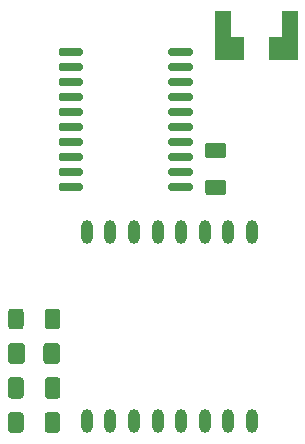
<source format=gbr>
%TF.GenerationSoftware,KiCad,Pcbnew,5.1.8*%
%TF.CreationDate,2020-11-15T15:28:23+01:00*%
%TF.ProjectId,LORA_ATTINY_v3,4c4f5241-5f41-4545-9449-4e595f76332e,rev?*%
%TF.SameCoordinates,Original*%
%TF.FileFunction,Paste,Top*%
%TF.FilePolarity,Positive*%
%FSLAX46Y46*%
G04 Gerber Fmt 4.6, Leading zero omitted, Abs format (unit mm)*
G04 Created by KiCad (PCBNEW 5.1.8) date 2020-11-15 15:28:23*
%MOMM*%
%LPD*%
G01*
G04 APERTURE LIST*
%ADD10C,0.100000*%
%ADD11O,1.000000X2.000000*%
G04 APERTURE END LIST*
D10*
%TO.C,ANT1*%
G36*
X78903280Y-43661200D02*
G01*
X80003280Y-43661200D01*
X80003280Y-41461200D01*
X81353280Y-41461200D01*
X81353280Y-45661200D01*
X78903280Y-45661200D01*
X78903280Y-43661200D01*
G37*
G36*
X74351600Y-41461200D02*
G01*
X75701600Y-41461200D01*
X75701600Y-43661200D01*
X76801600Y-43661200D01*
X76801600Y-45661200D01*
X74351600Y-45661200D01*
X74351600Y-41461200D01*
G37*
%TD*%
%TO.C,C1*%
G36*
G01*
X75072001Y-57089000D02*
X73771999Y-57089000D01*
G75*
G02*
X73522000Y-56839001I0J249999D01*
G01*
X73522000Y-56013999D01*
G75*
G02*
X73771999Y-55764000I249999J0D01*
G01*
X75072001Y-55764000D01*
G75*
G02*
X75322000Y-56013999I0J-249999D01*
G01*
X75322000Y-56839001D01*
G75*
G02*
X75072001Y-57089000I-249999J0D01*
G01*
G37*
G36*
G01*
X75072001Y-53964000D02*
X73771999Y-53964000D01*
G75*
G02*
X73522000Y-53714001I0J249999D01*
G01*
X73522000Y-52888999D01*
G75*
G02*
X73771999Y-52639000I249999J0D01*
G01*
X75072001Y-52639000D01*
G75*
G02*
X75322000Y-52888999I0J-249999D01*
G01*
X75322000Y-53714001D01*
G75*
G02*
X75072001Y-53964000I-249999J0D01*
G01*
G37*
%TD*%
%TO.C,C2*%
G36*
G01*
X59955000Y-74056001D02*
X59955000Y-72755999D01*
G75*
G02*
X60204999Y-72506000I249999J0D01*
G01*
X61030001Y-72506000D01*
G75*
G02*
X61280000Y-72755999I0J-249999D01*
G01*
X61280000Y-74056001D01*
G75*
G02*
X61030001Y-74306000I-249999J0D01*
G01*
X60204999Y-74306000D01*
G75*
G02*
X59955000Y-74056001I0J249999D01*
G01*
G37*
G36*
G01*
X56830000Y-74056001D02*
X56830000Y-72755999D01*
G75*
G02*
X57079999Y-72506000I249999J0D01*
G01*
X57905001Y-72506000D01*
G75*
G02*
X58155000Y-72755999I0J-249999D01*
G01*
X58155000Y-74056001D01*
G75*
G02*
X57905001Y-74306000I-249999J0D01*
G01*
X57079999Y-74306000D01*
G75*
G02*
X56830000Y-74056001I0J249999D01*
G01*
G37*
%TD*%
%TO.C,D1*%
G36*
G01*
X61255000Y-69860000D02*
X61255000Y-71110000D01*
G75*
G02*
X61005000Y-71360000I-250000J0D01*
G01*
X60080000Y-71360000D01*
G75*
G02*
X59830000Y-71110000I0J250000D01*
G01*
X59830000Y-69860000D01*
G75*
G02*
X60080000Y-69610000I250000J0D01*
G01*
X61005000Y-69610000D01*
G75*
G02*
X61255000Y-69860000I0J-250000D01*
G01*
G37*
G36*
G01*
X58280000Y-69860000D02*
X58280000Y-71110000D01*
G75*
G02*
X58030000Y-71360000I-250000J0D01*
G01*
X57105000Y-71360000D01*
G75*
G02*
X56855000Y-71110000I0J250000D01*
G01*
X56855000Y-69860000D01*
G75*
G02*
X57105000Y-69610000I250000J0D01*
G01*
X58030000Y-69610000D01*
G75*
G02*
X58280000Y-69860000I0J-250000D01*
G01*
G37*
%TD*%
%TO.C,R1*%
G36*
G01*
X59955000Y-68189000D02*
X59955000Y-66939000D01*
G75*
G02*
X60205000Y-66689000I250000J0D01*
G01*
X61005000Y-66689000D01*
G75*
G02*
X61255000Y-66939000I0J-250000D01*
G01*
X61255000Y-68189000D01*
G75*
G02*
X61005000Y-68439000I-250000J0D01*
G01*
X60205000Y-68439000D01*
G75*
G02*
X59955000Y-68189000I0J250000D01*
G01*
G37*
G36*
G01*
X56855000Y-68189000D02*
X56855000Y-66939000D01*
G75*
G02*
X57105000Y-66689000I250000J0D01*
G01*
X57905000Y-66689000D01*
G75*
G02*
X58155000Y-66939000I0J-250000D01*
G01*
X58155000Y-68189000D01*
G75*
G02*
X57905000Y-68439000I-250000J0D01*
G01*
X57105000Y-68439000D01*
G75*
G02*
X56855000Y-68189000I0J250000D01*
G01*
G37*
%TD*%
%TO.C,R2*%
G36*
G01*
X61255000Y-75702000D02*
X61255000Y-76952000D01*
G75*
G02*
X61005000Y-77202000I-250000J0D01*
G01*
X60205000Y-77202000D01*
G75*
G02*
X59955000Y-76952000I0J250000D01*
G01*
X59955000Y-75702000D01*
G75*
G02*
X60205000Y-75452000I250000J0D01*
G01*
X61005000Y-75452000D01*
G75*
G02*
X61255000Y-75702000I0J-250000D01*
G01*
G37*
G36*
G01*
X58155000Y-75702000D02*
X58155000Y-76952000D01*
G75*
G02*
X57905000Y-77202000I-250000J0D01*
G01*
X57105000Y-77202000D01*
G75*
G02*
X56855000Y-76952000I0J250000D01*
G01*
X56855000Y-75702000D01*
G75*
G02*
X57105000Y-75452000I250000J0D01*
G01*
X57905000Y-75452000D01*
G75*
G02*
X58155000Y-75702000I0J-250000D01*
G01*
G37*
%TD*%
D11*
%TO.C,RFM95*%
X63500000Y-76200000D03*
X65500000Y-76200000D03*
X67500000Y-76200000D03*
X69500000Y-76200000D03*
X71500000Y-76200000D03*
X73500000Y-76200000D03*
X75500000Y-76200000D03*
X77500000Y-76200000D03*
X77500000Y-60200000D03*
X75500000Y-60200000D03*
X73500000Y-60200000D03*
X71500000Y-60200000D03*
X69500000Y-60200000D03*
X67500000Y-60200000D03*
X65500000Y-60200000D03*
X63500000Y-60200000D03*
%TD*%
%TO.C,ATTiny 3216*%
G36*
G01*
X72477000Y-56238000D02*
X72477000Y-56538000D01*
G75*
G02*
X72327000Y-56688000I-150000J0D01*
G01*
X70577000Y-56688000D01*
G75*
G02*
X70427000Y-56538000I0J150000D01*
G01*
X70427000Y-56238000D01*
G75*
G02*
X70577000Y-56088000I150000J0D01*
G01*
X72327000Y-56088000D01*
G75*
G02*
X72477000Y-56238000I0J-150000D01*
G01*
G37*
G36*
G01*
X72477000Y-54968000D02*
X72477000Y-55268000D01*
G75*
G02*
X72327000Y-55418000I-150000J0D01*
G01*
X70577000Y-55418000D01*
G75*
G02*
X70427000Y-55268000I0J150000D01*
G01*
X70427000Y-54968000D01*
G75*
G02*
X70577000Y-54818000I150000J0D01*
G01*
X72327000Y-54818000D01*
G75*
G02*
X72477000Y-54968000I0J-150000D01*
G01*
G37*
G36*
G01*
X72477000Y-53698000D02*
X72477000Y-53998000D01*
G75*
G02*
X72327000Y-54148000I-150000J0D01*
G01*
X70577000Y-54148000D01*
G75*
G02*
X70427000Y-53998000I0J150000D01*
G01*
X70427000Y-53698000D01*
G75*
G02*
X70577000Y-53548000I150000J0D01*
G01*
X72327000Y-53548000D01*
G75*
G02*
X72477000Y-53698000I0J-150000D01*
G01*
G37*
G36*
G01*
X72477000Y-52428000D02*
X72477000Y-52728000D01*
G75*
G02*
X72327000Y-52878000I-150000J0D01*
G01*
X70577000Y-52878000D01*
G75*
G02*
X70427000Y-52728000I0J150000D01*
G01*
X70427000Y-52428000D01*
G75*
G02*
X70577000Y-52278000I150000J0D01*
G01*
X72327000Y-52278000D01*
G75*
G02*
X72477000Y-52428000I0J-150000D01*
G01*
G37*
G36*
G01*
X72477000Y-51158000D02*
X72477000Y-51458000D01*
G75*
G02*
X72327000Y-51608000I-150000J0D01*
G01*
X70577000Y-51608000D01*
G75*
G02*
X70427000Y-51458000I0J150000D01*
G01*
X70427000Y-51158000D01*
G75*
G02*
X70577000Y-51008000I150000J0D01*
G01*
X72327000Y-51008000D01*
G75*
G02*
X72477000Y-51158000I0J-150000D01*
G01*
G37*
G36*
G01*
X72477000Y-49888000D02*
X72477000Y-50188000D01*
G75*
G02*
X72327000Y-50338000I-150000J0D01*
G01*
X70577000Y-50338000D01*
G75*
G02*
X70427000Y-50188000I0J150000D01*
G01*
X70427000Y-49888000D01*
G75*
G02*
X70577000Y-49738000I150000J0D01*
G01*
X72327000Y-49738000D01*
G75*
G02*
X72477000Y-49888000I0J-150000D01*
G01*
G37*
G36*
G01*
X72477000Y-48618000D02*
X72477000Y-48918000D01*
G75*
G02*
X72327000Y-49068000I-150000J0D01*
G01*
X70577000Y-49068000D01*
G75*
G02*
X70427000Y-48918000I0J150000D01*
G01*
X70427000Y-48618000D01*
G75*
G02*
X70577000Y-48468000I150000J0D01*
G01*
X72327000Y-48468000D01*
G75*
G02*
X72477000Y-48618000I0J-150000D01*
G01*
G37*
G36*
G01*
X72477000Y-47348000D02*
X72477000Y-47648000D01*
G75*
G02*
X72327000Y-47798000I-150000J0D01*
G01*
X70577000Y-47798000D01*
G75*
G02*
X70427000Y-47648000I0J150000D01*
G01*
X70427000Y-47348000D01*
G75*
G02*
X70577000Y-47198000I150000J0D01*
G01*
X72327000Y-47198000D01*
G75*
G02*
X72477000Y-47348000I0J-150000D01*
G01*
G37*
G36*
G01*
X72477000Y-46078000D02*
X72477000Y-46378000D01*
G75*
G02*
X72327000Y-46528000I-150000J0D01*
G01*
X70577000Y-46528000D01*
G75*
G02*
X70427000Y-46378000I0J150000D01*
G01*
X70427000Y-46078000D01*
G75*
G02*
X70577000Y-45928000I150000J0D01*
G01*
X72327000Y-45928000D01*
G75*
G02*
X72477000Y-46078000I0J-150000D01*
G01*
G37*
G36*
G01*
X72477000Y-44808000D02*
X72477000Y-45108000D01*
G75*
G02*
X72327000Y-45258000I-150000J0D01*
G01*
X70577000Y-45258000D01*
G75*
G02*
X70427000Y-45108000I0J150000D01*
G01*
X70427000Y-44808000D01*
G75*
G02*
X70577000Y-44658000I150000J0D01*
G01*
X72327000Y-44658000D01*
G75*
G02*
X72477000Y-44808000I0J-150000D01*
G01*
G37*
G36*
G01*
X63177000Y-44808000D02*
X63177000Y-45108000D01*
G75*
G02*
X63027000Y-45258000I-150000J0D01*
G01*
X61277000Y-45258000D01*
G75*
G02*
X61127000Y-45108000I0J150000D01*
G01*
X61127000Y-44808000D01*
G75*
G02*
X61277000Y-44658000I150000J0D01*
G01*
X63027000Y-44658000D01*
G75*
G02*
X63177000Y-44808000I0J-150000D01*
G01*
G37*
G36*
G01*
X63177000Y-46078000D02*
X63177000Y-46378000D01*
G75*
G02*
X63027000Y-46528000I-150000J0D01*
G01*
X61277000Y-46528000D01*
G75*
G02*
X61127000Y-46378000I0J150000D01*
G01*
X61127000Y-46078000D01*
G75*
G02*
X61277000Y-45928000I150000J0D01*
G01*
X63027000Y-45928000D01*
G75*
G02*
X63177000Y-46078000I0J-150000D01*
G01*
G37*
G36*
G01*
X63177000Y-47348000D02*
X63177000Y-47648000D01*
G75*
G02*
X63027000Y-47798000I-150000J0D01*
G01*
X61277000Y-47798000D01*
G75*
G02*
X61127000Y-47648000I0J150000D01*
G01*
X61127000Y-47348000D01*
G75*
G02*
X61277000Y-47198000I150000J0D01*
G01*
X63027000Y-47198000D01*
G75*
G02*
X63177000Y-47348000I0J-150000D01*
G01*
G37*
G36*
G01*
X63177000Y-48618000D02*
X63177000Y-48918000D01*
G75*
G02*
X63027000Y-49068000I-150000J0D01*
G01*
X61277000Y-49068000D01*
G75*
G02*
X61127000Y-48918000I0J150000D01*
G01*
X61127000Y-48618000D01*
G75*
G02*
X61277000Y-48468000I150000J0D01*
G01*
X63027000Y-48468000D01*
G75*
G02*
X63177000Y-48618000I0J-150000D01*
G01*
G37*
G36*
G01*
X63177000Y-49888000D02*
X63177000Y-50188000D01*
G75*
G02*
X63027000Y-50338000I-150000J0D01*
G01*
X61277000Y-50338000D01*
G75*
G02*
X61127000Y-50188000I0J150000D01*
G01*
X61127000Y-49888000D01*
G75*
G02*
X61277000Y-49738000I150000J0D01*
G01*
X63027000Y-49738000D01*
G75*
G02*
X63177000Y-49888000I0J-150000D01*
G01*
G37*
G36*
G01*
X63177000Y-51158000D02*
X63177000Y-51458000D01*
G75*
G02*
X63027000Y-51608000I-150000J0D01*
G01*
X61277000Y-51608000D01*
G75*
G02*
X61127000Y-51458000I0J150000D01*
G01*
X61127000Y-51158000D01*
G75*
G02*
X61277000Y-51008000I150000J0D01*
G01*
X63027000Y-51008000D01*
G75*
G02*
X63177000Y-51158000I0J-150000D01*
G01*
G37*
G36*
G01*
X63177000Y-52428000D02*
X63177000Y-52728000D01*
G75*
G02*
X63027000Y-52878000I-150000J0D01*
G01*
X61277000Y-52878000D01*
G75*
G02*
X61127000Y-52728000I0J150000D01*
G01*
X61127000Y-52428000D01*
G75*
G02*
X61277000Y-52278000I150000J0D01*
G01*
X63027000Y-52278000D01*
G75*
G02*
X63177000Y-52428000I0J-150000D01*
G01*
G37*
G36*
G01*
X63177000Y-53698000D02*
X63177000Y-53998000D01*
G75*
G02*
X63027000Y-54148000I-150000J0D01*
G01*
X61277000Y-54148000D01*
G75*
G02*
X61127000Y-53998000I0J150000D01*
G01*
X61127000Y-53698000D01*
G75*
G02*
X61277000Y-53548000I150000J0D01*
G01*
X63027000Y-53548000D01*
G75*
G02*
X63177000Y-53698000I0J-150000D01*
G01*
G37*
G36*
G01*
X63177000Y-54968000D02*
X63177000Y-55268000D01*
G75*
G02*
X63027000Y-55418000I-150000J0D01*
G01*
X61277000Y-55418000D01*
G75*
G02*
X61127000Y-55268000I0J150000D01*
G01*
X61127000Y-54968000D01*
G75*
G02*
X61277000Y-54818000I150000J0D01*
G01*
X63027000Y-54818000D01*
G75*
G02*
X63177000Y-54968000I0J-150000D01*
G01*
G37*
G36*
G01*
X63177000Y-56238000D02*
X63177000Y-56538000D01*
G75*
G02*
X63027000Y-56688000I-150000J0D01*
G01*
X61277000Y-56688000D01*
G75*
G02*
X61127000Y-56538000I0J150000D01*
G01*
X61127000Y-56238000D01*
G75*
G02*
X61277000Y-56088000I150000J0D01*
G01*
X63027000Y-56088000D01*
G75*
G02*
X63177000Y-56238000I0J-150000D01*
G01*
G37*
%TD*%
M02*

</source>
